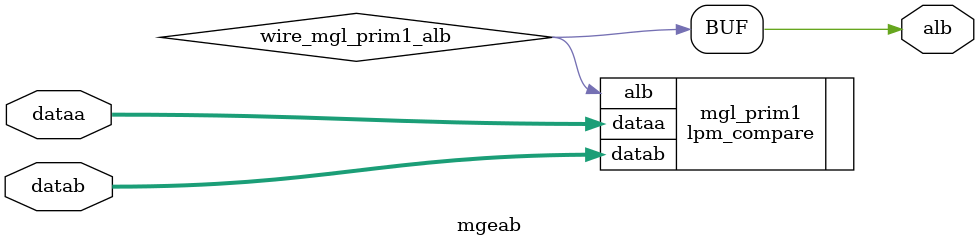
<source format=v>






//synthesis_resources = lpm_compare 1 
//synopsys translate_off
`timescale 1 ps / 1 ps
//synopsys translate_on
module  mgeab
	( 
	alb,
	dataa,
	datab) /* synthesis synthesis_clearbox=1 */;
	output   alb;
	input   [5:0]  dataa;
	input   [5:0]  datab;

	wire  wire_mgl_prim1_alb;

	lpm_compare   mgl_prim1
	( 
	.alb(wire_mgl_prim1_alb),
	.dataa(dataa),
	.datab(datab));
	defparam
		mgl_prim1.lpm_representation = "UNSIGNED",
		mgl_prim1.lpm_type = "LPM_COMPARE",
		mgl_prim1.lpm_width = 6;
	assign
		alb = wire_mgl_prim1_alb;
endmodule //mgeab
//VALID FILE

</source>
